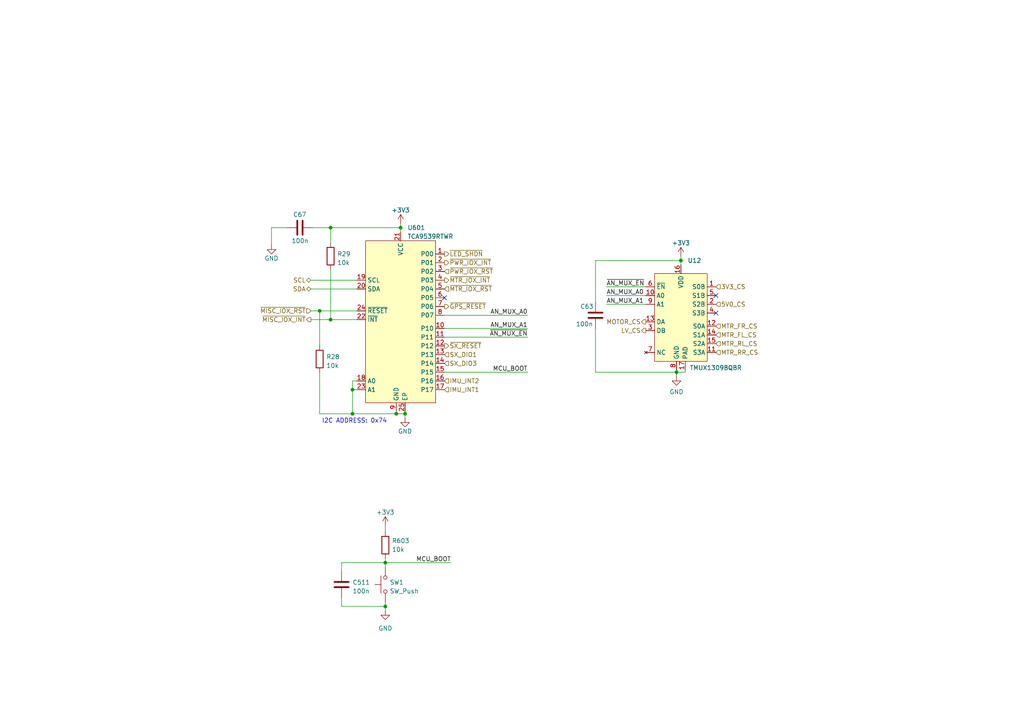
<source format=kicad_sch>
(kicad_sch (version 20230121) (generator eeschema)
  (paper "A4")
  (title_block (title "MCU I/O") (date "2023-06-05"))
  (lib_symbols
    (symbol "Capstone:TCA9539RTWR_"
      (property "Reference" "U" (at 6.35 -25.4 0))
      (property "Value" "TCA9539RTWR" (at 7.62 24.13 0))
      (symbol "TCA9539RTWR__1_1"
        (rectangle (start -10.16 22.86) (end 10.16 -24.13) (fill (type background)))
        (pin bidirectional line (at 12.7 19.05 180) (length 2.54) (name "P00") (number "1"))
        (pin bidirectional line (at 12.7 -2.54 180) (length 2.54) (name "P10") (number "10"))
        (pin bidirectional line (at 12.7 -5.08 180) (length 2.54) (name "P11") (number "11"))
        (pin bidirectional line (at 12.7 -7.62 180) (length 2.54) (name "P12") (number "12"))
        (pin bidirectional line (at 12.7 -10.16 180) (length 2.54) (name "P13") (number "13"))
        (pin bidirectional line (at 12.7 -12.7 180) (length 2.54) (name "P14") (number "14"))
        (pin bidirectional line (at 12.7 -15.24 180) (length 2.54) (name "P15") (number "15"))
        (pin bidirectional line (at 12.7 -17.78 180) (length 2.54) (name "P16") (number "16"))
        (pin bidirectional line (at 12.7 -20.32 180) (length 2.54) (name "P17") (number "17"))
        (pin input line (at -12.7 -17.78 0) (length 2.54) (name "A0") (number "18"))
        (pin input line (at -12.7 11.43 0) (length 2.54) (name "SCL") (number "19"))
        (pin bidirectional line (at 12.7 16.51 180) (length 2.54) (name "P01") (number "2"))
        (pin input line (at -12.7 8.89 0) (length 2.54) (name "SDA") (number "20"))
        (pin power_in line (at 0 25.4 270) (length 2.54) (name "VCC") (number "21"))
        (pin output line (at -12.7 0 0) (length 2.54) (name "~{INT}") (number "22"))
        (pin input line (at -12.7 -20.32 0) (length 2.54) (name "A1") (number "23"))
        (pin input line (at -12.7 2.54 0) (length 2.54) (name "~{RESET}") (number "24"))
        (pin power_in line (at 1.27 -26.67 90) (length 2.54) (name "EP") (number "25"))
        (pin bidirectional line (at 12.7 13.97 180) (length 2.54) (name "P02") (number "3"))
        (pin bidirectional line (at 12.7 11.43 180) (length 2.54) (name "P03") (number "4"))
        (pin bidirectional line (at 12.7 8.89 180) (length 2.54) (name "P04") (number "5"))
        (pin bidirectional line (at 12.7 6.35 180) (length 2.54) (name "P05") (number "6"))
        (pin bidirectional line (at 12.7 3.81 180) (length 2.54) (name "P06") (number "7"))
        (pin bidirectional line (at 12.7 1.27 180) (length 2.54) (name "P07") (number "8"))
        (pin power_in line (at -1.27 -26.67 90) (length 2.54) (name "GND") (number "9"))
      )
    )
    (symbol "Capstone:TMUX1309BQBR"
      (property "Reference" "U" (at 5.08 -13.97 0))
      (property "Value" "TMUX1309BQBR" (at 8.89 13.97 0))
      (symbol "TMUX1309BQBR_1_1"
        (rectangle (start -7.62 12.7) (end 7.62 -12.7) (fill (type background)))
        (pin passive line (at 10.16 8.89 180) (length 2.54) (name "S0B") (number "1"))
        (pin input line (at -10.16 6.35 0) (length 2.54) (name "A0") (number "10"))
        (pin passive line (at 10.16 -10.16 180) (length 2.54) (name "S3A") (number "11"))
        (pin passive line (at 10.16 -2.54 180) (length 2.54) (name "S0A") (number "12"))
        (pin passive line (at -10.16 -1.27 0) (length 2.54) (name "DA") (number "13"))
        (pin passive line (at 10.16 -5.08 180) (length 2.54) (name "S1A") (number "14"))
        (pin passive line (at 10.16 -7.62 180) (length 2.54) (name "S2A") (number "15"))
        (pin power_in line (at 0 15.24 270) (length 2.54) (name "VDD") (number "16"))
        (pin power_in line (at 1.27 -15.24 90) (length 2.54) (name "PAD") (number "17"))
        (pin passive line (at 10.16 3.81 180) (length 2.54) (name "S2B") (number "2"))
        (pin passive line (at -10.16 -3.81 0) (length 2.54) (name "DB") (number "3"))
        (pin passive line (at 10.16 1.27 180) (length 2.54) (name "S3B") (number "4"))
        (pin passive line (at 10.16 6.35 180) (length 2.54) (name "S1B") (number "5"))
        (pin input line (at -10.16 8.89 0) (length 2.54) (name "~{EN}") (number "6"))
        (pin no_connect line (at -10.16 -10.16 0) (length 2.54) (name "NC") (number "7"))
        (pin power_in line (at -1.27 -15.24 90) (length 2.54) (name "GND") (number "8"))
        (pin input line (at -10.16 3.81 0) (length 2.54) (name "A1") (number "9"))
      )
    )
    (symbol "Device:C" (pin_numbers hide) (pin_names (offset 0.254))
      (property "Reference" "C" (at 0.635 2.54 0))
      (property "Value" "C" (at 0.635 -2.54 0))
      (symbol "C_0_1"
        (polyline (pts (xy -2.032 -0.762) (xy 2.032 -0.762)) (stroke (width 0.508)))
        (polyline (pts (xy -2.032 0.762) (xy 2.032 0.762)) (stroke (width 0.508)))
      )
      (symbol "C_1_1"
        (pin passive line (at 0 3.81 270) (length 2.794) (name "~") (number "1"))
        (pin passive line (at 0 -3.81 90) (length 2.794) (name "~") (number "2"))
      )
    )
    (symbol "Device:R" (pin_numbers hide) (pin_names (offset 0))
      (property "Reference" "R" (at 2.032 0 90))
      (property "Value" "R" (at 0 0 90))
      (symbol "R_0_1"
        (rectangle (start -1.016 -2.54) (end 1.016 2.54) (stroke (width 0.254)))
      )
      (symbol "R_1_1"
        (pin passive line (at 0 3.81 270) (length 1.27) (name "~") (number "1"))
        (pin passive line (at 0 -3.81 90) (length 1.27) (name "~") (number "2"))
      )
    )
    (symbol "Switch:SW_Push" (pin_numbers hide) (pin_names (offset 1.016) hide)
      (property "Reference" "SW" (at 1.27 2.54 0))
      (property "Value" "SW_Push" (at 0 -1.524 0))
      (symbol "SW_Push_0_1"
        (circle (center -2.032 0) (radius 0.508))
        (polyline (pts (xy 0 1.27) (xy 0 3.048)))
        (polyline (pts (xy 2.54 1.27) (xy -2.54 1.27)))
        (circle (center 2.032 0) (radius 0.508))
        (pin passive line (at -5.08 0 0) (length 2.54) (name "1") (number "1"))
        (pin passive line (at 5.08 0 180) (length 2.54) (name "2") (number "2"))
      )
    )
    (symbol "power:+3V3" (power) (pin_names (offset 0))
      (property "Value" "+3V3" (at 0 3.556 0))
      (symbol "+3V3_0_1"
        (polyline (pts (xy -0.762 1.27) (xy 0 2.54)))
        (polyline (pts (xy 0 0) (xy 0 2.54)))
        (polyline (pts (xy 0 2.54) (xy 0.762 1.27)))
      )
      (symbol "+3V3_1_1"
        (pin power_in line (at 0 0 90) (length 0) hide (name "+3V3") (number "1"))
      )
    )
    (symbol "power:GND" (power) (pin_names (offset 0))
      (property "Value" "GND" (at 0 -3.81 0))
      (symbol "GND_0_1"
        (polyline (pts (xy 0 0) (xy 0 -1.27) (xy 1.27 -1.27) (xy 0 -2.54) (xy -1.27 -1.27) (xy 0 -1.27)))
      )
      (symbol "GND_1_1"
        (pin power_in line (at 0 0 270) (length 0) hide (name "GND") (number "1"))
      )
    )
  )
  (junction (at 95.885 92.71))
  (junction (at 95.885 66.04))
  (junction (at 116.205 66.04))
  (junction (at 102.235 113.03))
  (junction (at 92.71 90.17))
  (junction (at 197.485 75.565))
  (junction (at 102.235 120.015))
  (junction (at 196.215 107.95))
  (junction (at 111.76 175.895))
  (junction (at 117.475 120.015))
  (junction (at 111.76 163.195))
  (junction (at 114.935 120.015))
  (no_connect (at 207.645 90.805))
  (no_connect (at 128.905 86.36))
  (no_connect (at 207.645 85.725))
  (wire (pts (xy 196.215 107.95) (xy 198.755 107.95)))
  (wire (pts (xy 172.72 95.25) (xy 172.72 107.95)))
  (wire (pts (xy 114.935 120.015) (xy 117.475 120.015)))
  (wire (pts (xy 172.72 107.95) (xy 196.215 107.95)))
  (wire (pts (xy 90.17 83.82) (xy 103.505 83.82)))
  (wire (pts (xy 117.475 119.38) (xy 117.475 120.015)))
  (wire (pts (xy 116.205 66.04) (xy 116.205 67.31)))
  (wire (pts (xy 95.885 66.04) (xy 116.205 66.04)))
  (wire (pts (xy 111.76 163.195) (xy 111.76 164.465)))
  (wire (pts (xy 111.76 175.895) (xy 111.76 177.165)))
  (wire (pts (xy 83.185 66.04) (xy 78.74 66.04)))
  (wire (pts (xy 128.905 107.95) (xy 153.035 107.95)))
  (wire (pts (xy 111.76 174.625) (xy 111.76 175.895)))
  (wire (pts (xy 102.235 120.015) (xy 114.935 120.015)))
  (wire (pts (xy 102.235 110.49) (xy 102.235 113.03)))
  (wire (pts (xy 198.755 107.95) (xy 198.755 107.315)))
  (wire (pts (xy 172.72 75.565) (xy 197.485 75.565)))
  (wire (pts (xy 95.885 78.105) (xy 95.885 92.71)))
  (wire (pts (xy 111.76 163.195) (xy 130.81 163.195)))
  (wire (pts (xy 128.905 95.25) (xy 153.035 95.25)))
  (wire (pts (xy 103.505 110.49) (xy 102.235 110.49)))
  (wire (pts (xy 111.76 152.4) (xy 111.76 154.305)))
  (wire (pts (xy 102.235 113.03) (xy 102.235 120.015)))
  (wire (pts (xy 128.905 97.79) (xy 153.035 97.79)))
  (wire (pts (xy 95.885 92.71) (xy 103.505 92.71)))
  (wire (pts (xy 172.72 75.565) (xy 172.72 87.63)))
  (wire (pts (xy 90.805 66.04) (xy 95.885 66.04)))
  (wire (pts (xy 196.215 107.95) (xy 196.215 109.22)))
  (wire (pts (xy 116.205 64.77) (xy 116.205 66.04)))
  (wire (pts (xy 175.895 83.185) (xy 187.325 83.185)))
  (wire (pts (xy 92.71 90.17) (xy 92.71 100.33)))
  (wire (pts (xy 196.215 107.315) (xy 196.215 107.95)))
  (wire (pts (xy 114.935 119.38) (xy 114.935 120.015)))
  (wire (pts (xy 117.475 120.015) (xy 117.475 121.285)))
  (wire (pts (xy 99.06 163.195) (xy 111.76 163.195)))
  (wire (pts (xy 99.06 165.735) (xy 99.06 163.195)))
  (wire (pts (xy 175.895 88.265) (xy 187.325 88.265)))
  (wire (pts (xy 99.06 175.895) (xy 111.76 175.895)))
  (wire (pts (xy 90.17 81.28) (xy 103.505 81.28)))
  (wire (pts (xy 92.71 120.015) (xy 102.235 120.015)))
  (wire (pts (xy 102.235 113.03) (xy 103.505 113.03)))
  (wire (pts (xy 92.71 90.17) (xy 103.505 90.17)))
  (wire (pts (xy 99.06 173.355) (xy 99.06 175.895)))
  (wire (pts (xy 92.71 107.95) (xy 92.71 120.015)))
  (wire (pts (xy 90.17 92.71) (xy 95.885 92.71)))
  (wire (pts (xy 90.17 90.17) (xy 92.71 90.17)))
  (wire (pts (xy 78.74 66.04) (xy 78.74 71.12)))
  (wire (pts (xy 111.76 161.925) (xy 111.76 163.195)))
  (wire (pts (xy 175.895 85.725) (xy 187.325 85.725)))
  (wire (pts (xy 128.905 91.44) (xy 153.035 91.44)))
  (wire (pts (xy 197.485 74.295) (xy 197.485 75.565)))
  (wire (pts (xy 95.885 66.04) (xy 95.885 70.485)))
  (wire (pts (xy 197.485 75.565) (xy 197.485 76.835)))
  (text "I2C ADDRESS: 0x74\n\n\n" (at 93.345 127 0) (effects (font (size 1.27 1.27)) (justify left bottom)))
  (label "MCU_BOOT" (at 130.81 163.195 180))
  (label "AN_MUX_A0" (at 153.035 91.44 180))
  (label "AN_MUX_A1" (at 175.895 88.265 0))
  (label "AN_MUX_A1" (at 153.035 95.25 180))
  (label "MCU_BOOT" (at 153.035 107.95 180))
  (label "~{AN_MUX_EN}" (at 153.035 97.79 180))
  (label "~{AN_MUX_EN}" (at 175.895 83.185 0))
  (label "AN_MUX_A0" (at 175.895 85.725 0))
  (hierarchical_label "~{MTR_IOX_RST}" (shape input) (at 128.905 83.82 0))
  (hierarchical_label "~{LED_SHDN}" (shape output) (at 128.905 73.66 0))
  (hierarchical_label "3V3_CS" (shape input) (at 207.645 83.185 0))
  (hierarchical_label "MTR_FR_CS" (shape input) (at 207.645 94.615 0))
  (hierarchical_label "~{MISC_IOX_INT}" (shape output) (at 90.17 92.71 180))
  (hierarchical_label "MTR_RR_CS" (shape input) (at 207.645 102.235 0))
  (hierarchical_label "5V0_CS" (shape input) (at 207.645 88.265 0))
  (hierarchical_label "LV_CS" (shape output) (at 187.325 95.885 180))
  (hierarchical_label "SX_DIO3" (shape input) (at 128.905 105.41 0))
  (hierarchical_label "~{GPS_RESET}" (shape output) (at 128.905 88.9 0))
  (hierarchical_label "~{PWR_IOX_RST}" (shape input) (at 128.905 78.74 0))
  (hierarchical_label "IMU_INT2" (shape input) (at 128.905 110.49 0))
  (hierarchical_label "IMU_INT1" (shape input) (at 128.905 113.03 0))
  (hierarchical_label "SX_DIO1" (shape input) (at 128.905 102.87 0))
  (hierarchical_label "MOTOR_CS" (shape output) (at 187.325 93.345 180))
  (hierarchical_label "SCL" (shape bidirectional) (at 90.17 81.28 180))
  (hierarchical_label "~{MTR_IOX_INT}" (shape output) (at 128.905 81.28 0))
  (hierarchical_label "SDA" (shape bidirectional) (at 90.17 83.82 180))
  (hierarchical_label "MTR_RL_CS" (shape input) (at 207.645 99.695 0))
  (hierarchical_label "~{PWR_IOX_INT}" (shape output) (at 128.905 76.2 0))
  (hierarchical_label "~{SX_RESET}" (shape output) (at 128.905 100.33 0))
  (hierarchical_label "~{MISC_IOX_RST}" (shape input) (at 90.17 90.17 180))
  (hierarchical_label "MTR_FL_CS" (shape input) (at 207.645 97.155 0))
  (symbol (lib_id "Capstone:TMUX1309BQBR") (at 197.485 92.075 0) (unit 1)
    (property "Reference" "U12" (at 199.4409 75.565 0) (effects (justify left)))
    (property "Value" "TMUX1309BQBR" (at 200.025 106.68 0) (effects (justify left)))
    (property "Footprint" "capstone:QFN50P350X250X80-17N" (effects hide))
    (instances (project "low-power" (path "" (reference "U12") (unit 1)) (path "" (reference "U602") (unit 1))))
  )
  (symbol (lib_id "power:+3V3") (at 111.76 152.4 0) (unit 1)
    (property "Reference" "#PWR0602" (effects hide))
    (property "Value" "+3V3" (at 111.76 148.59 0))
  )
  (symbol (lib_id "power:GND") (at 117.475 121.285 0) (unit 1)
    (property "Reference" "#PWR059" (effects hide))
    (property "Value" "GND" (at 117.475 125.095 0))
    (instances (project "low-power" (path "" (reference "#PWR059") (unit 1)) (path "" (reference "#PWR0605") (unit 1))))
  )
  (symbol (lib_id "power:GND") (at 78.74 71.12 0) (unit 1)
    (property "Reference" "#PWR059" (effects hide))
    (property "Value" "GND" (at 78.74 74.93 0))
    (instances (project "low-power" (path "" (reference "#PWR059") (unit 1)) (path "" (reference "#PWR0601") (unit 1))))
  )
  (symbol (lib_id "Device:C") (at 86.995 66.04 90) (unit 1)
    (property "Reference" "C67" (at 88.9 62.23 90) (effects (justify left)))
    (property "Value" "100n" (at 89.535 69.85 90) (effects (justify left)))
    (property "Footprint" "Capacitor_SMD:C_0201_0603Metric" (effects hide))
    (instances (project "low-power" (path "" (reference "C67") (unit 1)) (path "" (reference "C601") (unit 1))))
  )
  (symbol (lib_id "Device:R") (at 111.76 158.115 0) (unit 1)
    (property "Reference" "R603" (at 113.665 156.845 0) (effects (justify left)))
    (property "Value" "10k" (at 113.665 159.385 0) (effects (justify left)))
    (property "Footprint" "Resistor_SMD:R_0201_0603Metric" (effects hide))
  )
  (symbol (lib_id "power:+3V3") (at 116.205 64.77 0) (unit 1)
    (property "Reference" "#PWR058" (effects hide))
    (property "Value" "+3V3" (at 116.205 60.96 0))
    (instances (project "low-power" (path "" (reference "#PWR058") (unit 1)) (path "" (reference "#PWR0604") (unit 1))))
  )
  (symbol (lib_id "Device:C") (at 172.72 91.44 0) (unit 1)
    (property "Reference" "C63" (at 168.275 88.9 0) (effects (justify left)))
    (property "Value" "100n" (at 167.005 93.98 0) (effects (justify left)))
    (property "Footprint" "Capacitor_SMD:C_0201_0603Metric" (effects hide))
    (instances (project "low-power" (path "" (reference "C63") (unit 1)) (path "" (reference "C602") (unit 1))))
  )
  (symbol (lib_id "power:GND") (at 111.76 177.165 0) (unit 1)
    (property "Reference" "#PWR0603" (effects hide))
    (property "Value" "GND" (at 111.76 182.245 0))
  )
  (symbol (lib_id "Device:R") (at 92.71 104.14 0) (unit 1)
    (property "Reference" "R28" (at 94.615 103.505 0) (effects (justify left)))
    (property "Value" "10k" (at 94.615 106.045 0) (effects (justify left)))
    (property "Footprint" "Resistor_SMD:R_0201_0603Metric" (effects hide))
    (instances (project "low-power" (path "" (reference "R28") (unit 1)) (path "" (reference "R601") (unit 1))))
  )
  (symbol (lib_id "power:+3V3") (at 197.485 74.295 0) (unit 1)
    (property "Reference" "#PWR047" (effects hide))
    (property "Value" "+3V3" (at 197.485 70.485 0))
    (instances (project "low-power" (path "" (reference "#PWR047") (unit 1)) (path "" (reference "#PWR0607") (unit 1))))
  )
  (symbol (lib_id "power:GND") (at 196.215 109.22 0) (unit 1)
    (property "Reference" "#PWR046" (effects hide))
    (property "Value" "GND" (at 196.215 113.665 0))
    (instances (project "low-power" (path "" (reference "#PWR046") (unit 1)) (path "" (reference "#PWR0606") (unit 1))))
  )
  (symbol (lib_id "Device:R") (at 95.885 74.295 0) (unit 1)
    (property "Reference" "R29" (at 97.79 73.66 0) (effects (justify left)))
    (property "Value" "10k" (at 97.79 76.2 0) (effects (justify left)))
    (property "Footprint" "Resistor_SMD:R_0201_0603Metric" (effects hide))
    (instances (project "low-power" (path "" (reference "R29") (unit 1)) (path "" (reference "R602") (unit 1))))
  )
  (symbol (lib_id "Device:C") (at 99.06 169.545 0) (unit 1)
    (property "Reference" "C511" (at 102.235 168.91 0) (effects (justify left)))
    (property "Value" "100n" (at 102.235 171.45 0) (effects (justify left)))
    (property "Footprint" "Capacitor_SMD:C_0201_0603Metric" (effects hide))
    (instances (project "low-power" (path "" (reference "C511") (unit 1)) (path "" (reference "C806") (unit 1))))
  )
  (symbol (lib_id "Capstone:TCA9539RTWR_") (at 116.205 92.71 0) (unit 1)
    (property "Reference" "U601" (at 118.1609 66.04 0) (effects (justify left)))
    (property "Value" "TCA9539RTWR" (at 118.1609 68.58 0) (effects (justify left)))
    (property "Footprint" "capstone:WQFN-24-1EP_4x4mm_P0.5mm_EP2.45x2.45mm" (effects hide))
  )
  (symbol (lib_id "Switch:SW_Push") (at 111.76 169.545 90) (unit 1)
    (property "Reference" "SW1" (at 113.03 168.91 90) (effects (justify right)))
    (property "Value" "SW_Push" (at 113.03 171.45 90) (effects (justify right)))
    (property "Footprint" "capstone:R-668048" (effects hide))
    (instances (project "low-power" (path "" (reference "SW1") (unit 1)) (path "" (reference "SW601") (unit 1))))
  )
)
</source>
